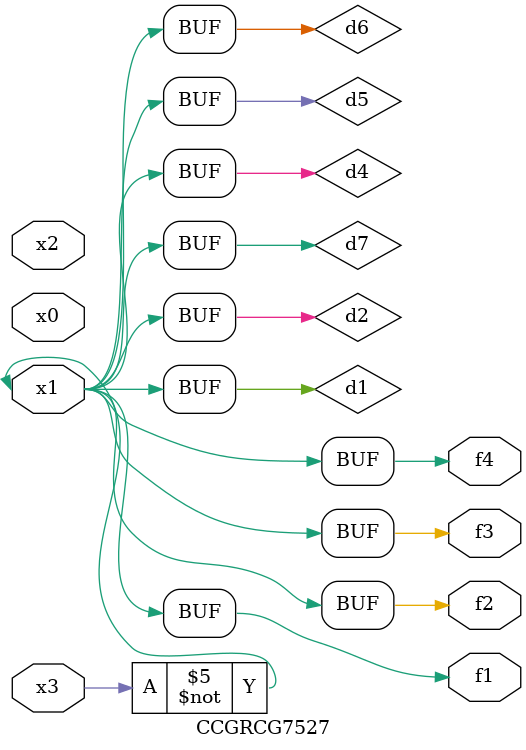
<source format=v>
module CCGRCG7527(
	input x0, x1, x2, x3,
	output f1, f2, f3, f4
);

	wire d1, d2, d3, d4, d5, d6, d7;

	not (d1, x3);
	buf (d2, x1);
	xnor (d3, d1, d2);
	nor (d4, d1);
	buf (d5, d1, d2);
	buf (d6, d4, d5);
	nand (d7, d4);
	assign f1 = d6;
	assign f2 = d7;
	assign f3 = d6;
	assign f4 = d6;
endmodule

</source>
